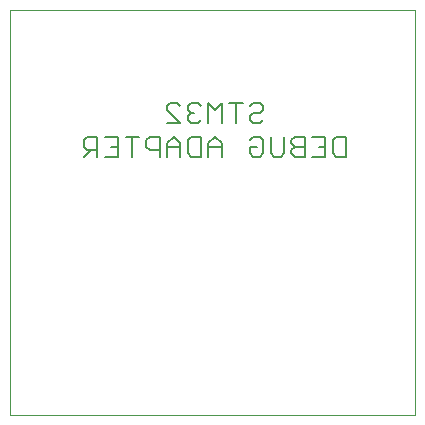
<source format=gbo>
G75*
%MOIN*%
%OFA0B0*%
%FSLAX25Y25*%
%IPPOS*%
%LPD*%
%AMOC8*
5,1,8,0,0,1.08239X$1,22.5*
%
%ADD10C,0.00000*%
%ADD11C,0.00800*%
D10*
X0014500Y0012000D02*
X0149500Y0012000D01*
X0149500Y0147000D01*
X0014500Y0147000D01*
X0014500Y0012000D01*
D11*
X0039147Y0098025D02*
X0041382Y0100260D01*
X0040265Y0100260D02*
X0043618Y0100260D01*
X0043618Y0098025D02*
X0043618Y0104731D01*
X0040265Y0104731D01*
X0039147Y0103613D01*
X0039147Y0101378D01*
X0040265Y0100260D01*
X0046053Y0098025D02*
X0050524Y0098025D01*
X0050524Y0104731D01*
X0046053Y0104731D01*
X0048288Y0101378D02*
X0050524Y0101378D01*
X0052959Y0104731D02*
X0057429Y0104731D01*
X0059865Y0103613D02*
X0059865Y0101378D01*
X0060982Y0100260D01*
X0064335Y0100260D01*
X0064335Y0098025D02*
X0064335Y0104731D01*
X0060982Y0104731D01*
X0059865Y0103613D01*
X0055194Y0104731D02*
X0055194Y0098025D01*
X0066771Y0098025D02*
X0066771Y0102495D01*
X0069006Y0104731D01*
X0071241Y0102495D01*
X0071241Y0098025D01*
X0073677Y0099143D02*
X0073677Y0103613D01*
X0074794Y0104731D01*
X0078147Y0104731D01*
X0078147Y0098025D01*
X0074794Y0098025D01*
X0073677Y0099143D01*
X0071241Y0101378D02*
X0066771Y0101378D01*
X0066771Y0109275D02*
X0071241Y0109275D01*
X0066771Y0113745D01*
X0066771Y0114863D01*
X0067888Y0115981D01*
X0070124Y0115981D01*
X0071241Y0114863D01*
X0073677Y0114863D02*
X0073677Y0113745D01*
X0074794Y0112628D01*
X0073677Y0111510D01*
X0073677Y0110393D01*
X0074794Y0109275D01*
X0077029Y0109275D01*
X0078147Y0110393D01*
X0075912Y0112628D02*
X0074794Y0112628D01*
X0073677Y0114863D02*
X0074794Y0115981D01*
X0077029Y0115981D01*
X0078147Y0114863D01*
X0080582Y0115981D02*
X0080582Y0109275D01*
X0085053Y0109275D02*
X0085053Y0115981D01*
X0082818Y0113745D01*
X0080582Y0115981D01*
X0087488Y0115981D02*
X0091959Y0115981D01*
X0094394Y0114863D02*
X0095512Y0115981D01*
X0097747Y0115981D01*
X0098865Y0114863D01*
X0098865Y0113745D01*
X0097747Y0112628D01*
X0095512Y0112628D01*
X0094394Y0111510D01*
X0094394Y0110393D01*
X0095512Y0109275D01*
X0097747Y0109275D01*
X0098865Y0110393D01*
X0097747Y0104731D02*
X0095512Y0104731D01*
X0094394Y0103613D01*
X0094394Y0101378D02*
X0096630Y0101378D01*
X0094394Y0101378D02*
X0094394Y0099143D01*
X0095512Y0098025D01*
X0097747Y0098025D01*
X0098865Y0099143D01*
X0098865Y0103613D01*
X0097747Y0104731D01*
X0101300Y0104731D02*
X0101300Y0099143D01*
X0102418Y0098025D01*
X0104653Y0098025D01*
X0105771Y0099143D01*
X0105771Y0104731D01*
X0108206Y0103613D02*
X0108206Y0102495D01*
X0109324Y0101378D01*
X0112677Y0101378D01*
X0112677Y0104731D02*
X0109324Y0104731D01*
X0108206Y0103613D01*
X0109324Y0101378D02*
X0108206Y0100260D01*
X0108206Y0099143D01*
X0109324Y0098025D01*
X0112677Y0098025D01*
X0112677Y0104731D01*
X0115112Y0104731D02*
X0119582Y0104731D01*
X0119582Y0098025D01*
X0115112Y0098025D01*
X0117347Y0101378D02*
X0119582Y0101378D01*
X0122018Y0099143D02*
X0122018Y0103613D01*
X0123136Y0104731D01*
X0126488Y0104731D01*
X0126488Y0098025D01*
X0123136Y0098025D01*
X0122018Y0099143D01*
X0089724Y0109275D02*
X0089724Y0115981D01*
X0082818Y0104731D02*
X0080583Y0102495D01*
X0080583Y0098025D01*
X0080583Y0101378D02*
X0085053Y0101378D01*
X0085053Y0102495D02*
X0082818Y0104731D01*
X0085053Y0102495D02*
X0085053Y0098025D01*
M02*

</source>
